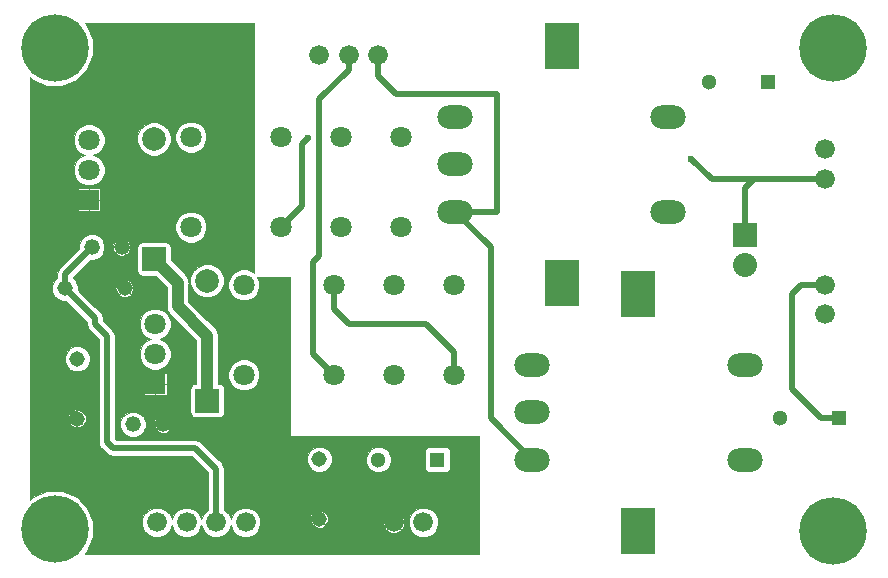
<source format=gbl>
G04 #@! TF.GenerationSoftware,KiCad,Pcbnew,(5.0.0)*
G04 #@! TF.CreationDate,2018-11-08T09:59:28+09:00*
G04 #@! TF.ProjectId,Headphone-controler-v2r2,4865616470686F6E652D636F6E74726F,rev?*
G04 #@! TF.SameCoordinates,Original*
G04 #@! TF.FileFunction,Copper,L2,Bot,Signal*
G04 #@! TF.FilePolarity,Positive*
%FSLAX46Y46*%
G04 Gerber Fmt 4.6, Leading zero omitted, Abs format (unit mm)*
G04 Created by KiCad (PCBNEW (5.0.0)) date 11/08/18 09:59:28*
%MOMM*%
%LPD*%
G01*
G04 APERTURE LIST*
G04 #@! TA.AperFunction,ComponentPad*
%ADD10R,1.300000X1.300000*%
G04 #@! TD*
G04 #@! TA.AperFunction,ComponentPad*
%ADD11C,1.300000*%
G04 #@! TD*
G04 #@! TA.AperFunction,ComponentPad*
%ADD12C,1.676400*%
G04 #@! TD*
G04 #@! TA.AperFunction,ComponentPad*
%ADD13C,1.308000*%
G04 #@! TD*
G04 #@! TA.AperFunction,ComponentPad*
%ADD14R,2.032000X2.032000*%
G04 #@! TD*
G04 #@! TA.AperFunction,ComponentPad*
%ADD15O,2.032000X2.032000*%
G04 #@! TD*
G04 #@! TA.AperFunction,ComponentPad*
%ADD16R,1.800000X1.800000*%
G04 #@! TD*
G04 #@! TA.AperFunction,ComponentPad*
%ADD17C,1.800000*%
G04 #@! TD*
G04 #@! TA.AperFunction,ComponentPad*
%ADD18C,1.320800*%
G04 #@! TD*
G04 #@! TA.AperFunction,ComponentPad*
%ADD19R,3.000000X4.000000*%
G04 #@! TD*
G04 #@! TA.AperFunction,ComponentPad*
%ADD20O,3.000000X2.000000*%
G04 #@! TD*
G04 #@! TA.AperFunction,ComponentPad*
%ADD21C,1.998980*%
G04 #@! TD*
G04 #@! TA.AperFunction,ComponentPad*
%ADD22R,1.998980X1.998980*%
G04 #@! TD*
G04 #@! TA.AperFunction,ComponentPad*
%ADD23C,5.700000*%
G04 #@! TD*
G04 #@! TA.AperFunction,ViaPad*
%ADD24C,0.600000*%
G04 #@! TD*
G04 #@! TA.AperFunction,ViaPad*
%ADD25C,0.400000*%
G04 #@! TD*
G04 #@! TA.AperFunction,Conductor*
%ADD26C,0.500000*%
G04 #@! TD*
G04 #@! TA.AperFunction,Conductor*
%ADD27C,0.200000*%
G04 #@! TD*
G04 #@! TA.AperFunction,Conductor*
%ADD28C,1.000000*%
G04 #@! TD*
G04 #@! TA.AperFunction,Conductor*
%ADD29C,0.025400*%
G04 #@! TD*
G04 APERTURE END LIST*
D10*
G04 #@! TO.P,F1,1*
G04 #@! TO.N,Net-(F1-Pad1)*
X131500000Y-107000000D03*
D11*
G04 #@! TO.P,F1,2*
G04 #@! TO.N,+5V*
X126500000Y-107000000D03*
G04 #@! TD*
D12*
G04 #@! TO.P,JP2,2*
G04 #@! TO.N,GND*
X127800000Y-112300000D03*
G04 #@! TO.P,JP2,1*
G04 #@! TO.N,Net-(F1-Pad1)*
X130300000Y-112300000D03*
G04 #@! TD*
D10*
G04 #@! TO.P,C1,1*
G04 #@! TO.N,Net-(C1-Pad1)*
X159500000Y-75000000D03*
D11*
G04 #@! TO.P,C1,2*
G04 #@! TO.N,Net-(C1-Pad2)*
X154500000Y-75000000D03*
G04 #@! TD*
D10*
G04 #@! TO.P,C2,1*
G04 #@! TO.N,Net-(C2-Pad1)*
X165500000Y-103500000D03*
D11*
G04 #@! TO.P,C2,2*
G04 #@! TO.N,Net-(C2-Pad2)*
X160500000Y-103500000D03*
G04 #@! TD*
D13*
G04 #@! TO.P,C3,1*
G04 #@! TO.N,+5V*
X121500000Y-106960000D03*
G04 #@! TO.P,C3,2*
G04 #@! TO.N,GND*
X121500000Y-112040000D03*
G04 #@! TD*
G04 #@! TO.P,C4,1*
G04 #@! TO.N,Net-(C4-Pad1)*
X99960000Y-92500000D03*
G04 #@! TO.P,C4,2*
G04 #@! TO.N,GND*
X105040000Y-92500000D03*
G04 #@! TD*
G04 #@! TO.P,C5,1*
G04 #@! TO.N,Net-(C5-Pad1)*
X101000000Y-98460000D03*
G04 #@! TO.P,C5,2*
G04 #@! TO.N,GND*
X101000000Y-103540000D03*
G04 #@! TD*
D12*
G04 #@! TO.P,JP1,2*
G04 #@! TO.N,Net-(JP1-Pad2)*
X124000000Y-72700000D03*
G04 #@! TO.P,JP1,1*
G04 #@! TO.N,Net-(JP1-Pad1)*
X121500000Y-72700000D03*
G04 #@! TO.P,JP1,3*
G04 #@! TO.N,Net-(JP1-Pad3)*
X126500000Y-72700000D03*
G04 #@! TD*
G04 #@! TO.P,JP3,2*
G04 #@! TO.N,Net-(C4-Pad1)*
X112750000Y-112300000D03*
G04 #@! TO.P,JP3,1*
G04 #@! TO.N,+5V*
X115250000Y-112300000D03*
G04 #@! TO.P,JP3,3*
X110250000Y-112300000D03*
G04 #@! TO.P,JP3,4*
G04 #@! TO.N,Net-(C5-Pad1)*
X107750000Y-112300000D03*
G04 #@! TD*
D14*
G04 #@! TO.P,JP4,1*
G04 #@! TO.N,Net-(JP4-Pad1)*
X157500000Y-88000000D03*
D15*
G04 #@! TO.P,JP4,2*
G04 #@! TO.N,Net-(JP4-Pad2)*
X157500000Y-90540000D03*
G04 #@! TD*
D12*
G04 #@! TO.P,JP5,2*
G04 #@! TO.N,Net-(JP4-Pad1)*
X164300000Y-83200000D03*
G04 #@! TO.P,JP5,1*
G04 #@! TO.N,Net-(C1-Pad1)*
X164300000Y-80700000D03*
G04 #@! TD*
G04 #@! TO.P,JP6,2*
G04 #@! TO.N,Net-(JP4-Pad2)*
X164300000Y-94700000D03*
G04 #@! TO.P,JP6,1*
G04 #@! TO.N,Net-(C2-Pad1)*
X164300000Y-92200000D03*
G04 #@! TD*
D16*
G04 #@! TO.P,Q1,1*
G04 #@! TO.N,GND*
X102000000Y-85000000D03*
D17*
G04 #@! TO.P,Q1,2*
G04 #@! TO.N,Net-(D1-Pad2)*
X102000000Y-82460000D03*
G04 #@! TO.P,Q1,3*
G04 #@! TO.N,Net-(C4-Pad1)*
X102000000Y-79920000D03*
G04 #@! TD*
D16*
G04 #@! TO.P,Q2,1*
G04 #@! TO.N,GND*
X107600000Y-100600000D03*
D17*
G04 #@! TO.P,Q2,2*
G04 #@! TO.N,Net-(D2-Pad2)*
X107600000Y-98060000D03*
G04 #@! TO.P,Q2,3*
G04 #@! TO.N,Net-(C5-Pad1)*
X107600000Y-95520000D03*
G04 #@! TD*
D18*
G04 #@! TO.P,R1,1*
G04 #@! TO.N,Net-(C4-Pad1)*
X102230000Y-89000000D03*
G04 #@! TO.P,R1,2*
G04 #@! TO.N,GND*
X104770000Y-89000000D03*
G04 #@! TD*
G04 #@! TO.P,R2,1*
G04 #@! TO.N,Net-(C5-Pad1)*
X105730000Y-104000000D03*
G04 #@! TO.P,R2,2*
G04 #@! TO.N,GND*
X108270000Y-104000000D03*
G04 #@! TD*
D17*
G04 #@! TO.P,RL1,16*
G04 #@! TO.N,Net-(D1-Pad2)*
X110610000Y-79690000D03*
G04 #@! TO.P,RL1,1*
G04 #@! TO.N,+5V*
X110610000Y-87310000D03*
G04 #@! TO.P,RL1,4*
G04 #@! TO.N,Net-(JP1-Pad1)*
X118230000Y-87310000D03*
G04 #@! TO.P,RL1,6*
G04 #@! TO.N,Net-(RL1-Pad13)*
X123310000Y-87310000D03*
G04 #@! TO.P,RL1,8*
G04 #@! TO.N,Net-(RL1-Pad8)*
X128390000Y-87310000D03*
G04 #@! TO.P,RL1,13*
G04 #@! TO.N,Net-(RL1-Pad13)*
X118230000Y-79690000D03*
G04 #@! TO.P,RL1,11*
G04 #@! TO.N,Net-(RL1-Pad11)*
X123310000Y-79690000D03*
G04 #@! TO.P,RL1,9*
G04 #@! TO.N,Net-(RL1-Pad8)*
X128390000Y-79690000D03*
G04 #@! TD*
G04 #@! TO.P,RL2,16*
G04 #@! TO.N,Net-(D2-Pad2)*
X115110000Y-92190000D03*
G04 #@! TO.P,RL2,1*
G04 #@! TO.N,+5V*
X115110000Y-99810000D03*
G04 #@! TO.P,RL2,4*
G04 #@! TO.N,Net-(JP1-Pad2)*
X122730000Y-99810000D03*
G04 #@! TO.P,RL2,6*
G04 #@! TO.N,Net-(RL1-Pad11)*
X127810000Y-99810000D03*
G04 #@! TO.P,RL2,8*
G04 #@! TO.N,Net-(RL2-Pad13)*
X132890000Y-99810000D03*
G04 #@! TO.P,RL2,13*
X122730000Y-92190000D03*
G04 #@! TO.P,RL2,11*
G04 #@! TO.N,Net-(RL1-Pad11)*
X127810000Y-92190000D03*
G04 #@! TO.P,RL2,9*
G04 #@! TO.N,Net-(RL1-Pad8)*
X132890000Y-92190000D03*
G04 #@! TD*
D19*
G04 #@! TO.P,T1,6*
G04 #@! TO.N,N/C*
X142000000Y-92000000D03*
D20*
G04 #@! TO.P,T1,3*
G04 #@! TO.N,Net-(RL1-Pad11)*
X133000000Y-78000000D03*
G04 #@! TO.P,T1,1*
G04 #@! TO.N,Net-(JP1-Pad3)*
X133000000Y-86000000D03*
G04 #@! TO.P,T1,4*
G04 #@! TO.N,Net-(JP4-Pad1)*
X151000000Y-78000000D03*
G04 #@! TO.P,T1,2*
G04 #@! TO.N,N/C*
X133000000Y-82000000D03*
G04 #@! TO.P,T1,5*
G04 #@! TO.N,Net-(C1-Pad2)*
X151000000Y-86000000D03*
D19*
G04 #@! TO.P,T1,6*
G04 #@! TO.N,N/C*
X142000000Y-72000000D03*
G04 #@! TD*
G04 #@! TO.P,T2,6*
G04 #@! TO.N,N/C*
X148500000Y-113000000D03*
D20*
G04 #@! TO.P,T2,3*
G04 #@! TO.N,Net-(RL1-Pad8)*
X139500000Y-99000000D03*
G04 #@! TO.P,T2,1*
G04 #@! TO.N,Net-(JP1-Pad3)*
X139500000Y-107000000D03*
G04 #@! TO.P,T2,4*
G04 #@! TO.N,Net-(JP4-Pad2)*
X157500000Y-99000000D03*
G04 #@! TO.P,T2,2*
G04 #@! TO.N,N/C*
X139500000Y-103000000D03*
G04 #@! TO.P,T2,5*
G04 #@! TO.N,Net-(C2-Pad2)*
X157500000Y-107000000D03*
D19*
G04 #@! TO.P,T2,6*
G04 #@! TO.N,N/C*
X148500000Y-93000000D03*
G04 #@! TD*
D21*
G04 #@! TO.P,D1,2*
G04 #@! TO.N,Net-(D1-Pad2)*
X107497460Y-79840000D03*
D22*
G04 #@! TO.P,D1,1*
G04 #@! TO.N,+5V*
X107497460Y-90000000D03*
G04 #@! TD*
D21*
G04 #@! TO.P,D2,2*
G04 #@! TO.N,Net-(D2-Pad2)*
X111997460Y-91840000D03*
D22*
G04 #@! TO.P,D2,1*
G04 #@! TO.N,+5V*
X111997460Y-102000000D03*
G04 #@! TD*
D23*
G04 #@! TO.P,REF\002A\002A,1*
G04 #@! TO.N,N/C*
X165000000Y-72100000D03*
G04 #@! TD*
G04 #@! TO.P,REF\002A\002A,1*
G04 #@! TO.N,N/C*
X165000000Y-113000000D03*
G04 #@! TD*
G04 #@! TO.P,REF\002A\002A,1*
G04 #@! TO.N,N/C*
X99100000Y-72100000D03*
G04 #@! TD*
G04 #@! TO.P,REF\002A\002A,1*
G04 #@! TO.N,N/C*
X99100000Y-112900000D03*
G04 #@! TD*
D24*
G04 #@! TO.N,GND*
X114400000Y-89400000D03*
X114600000Y-83200000D03*
X114800000Y-77200000D03*
X114800000Y-71400000D03*
X108800000Y-71400000D03*
X103600000Y-71200000D03*
X103800000Y-73600000D03*
X100800000Y-76200000D03*
X97800000Y-77600000D03*
X97800000Y-84000000D03*
X98000000Y-91000000D03*
X98000000Y-97000000D03*
X98200000Y-102600000D03*
D25*
X117000000Y-103000000D03*
X114500000Y-102000000D03*
X115500000Y-101500000D03*
X117000000Y-101000000D03*
X117000000Y-98000000D03*
X115500000Y-98000000D03*
X113500000Y-98500000D03*
X113500000Y-96000000D03*
X112000000Y-94000000D03*
X114500000Y-94000000D03*
X116500000Y-93500000D03*
X118000000Y-92000000D03*
X118000000Y-94000000D03*
X118000000Y-98000000D03*
X118000000Y-102500000D03*
X118000000Y-104500000D03*
X119000000Y-105500000D03*
X122000000Y-105500000D03*
X125500000Y-105500000D03*
X129500000Y-105500000D03*
X133000000Y-112000000D03*
X133000000Y-108000000D03*
X134000000Y-106000000D03*
X134000000Y-110000000D03*
X134000000Y-114000000D03*
X129000000Y-114000000D03*
X125000000Y-114000000D03*
X119000000Y-114000000D03*
X115000000Y-114000000D03*
X111000000Y-114000000D03*
X107000000Y-114000000D03*
X103500000Y-113500000D03*
X101800000Y-109600000D03*
X98200000Y-107200000D03*
D24*
X118500000Y-109250000D03*
X103500000Y-107500000D03*
X108000000Y-107500000D03*
G04 #@! TO.N,Net-(JP1-Pad1)*
X120500000Y-79750000D03*
G04 #@! TO.N,Net-(JP4-Pad1)*
X153000000Y-81500000D03*
G04 #@! TD*
D26*
G04 #@! TO.N,Net-(C2-Pad1)*
X165500000Y-103500000D02*
X164000000Y-103500000D01*
X162300000Y-92200000D02*
X164300000Y-92200000D01*
X161500000Y-93000000D02*
X162300000Y-92200000D01*
X161500000Y-101000000D02*
X161500000Y-93000000D01*
X164000000Y-103500000D02*
X161500000Y-101000000D01*
D27*
G04 #@! TO.N,GND*
X114800000Y-77200000D02*
X114600000Y-77400000D01*
X108800000Y-71400000D02*
X114800000Y-71400000D01*
X103600000Y-73400000D02*
X103600000Y-71200000D01*
X103800000Y-73600000D02*
X103600000Y-73400000D01*
X99200000Y-76200000D02*
X100800000Y-76200000D01*
X97800000Y-90800000D02*
X97800000Y-84000000D01*
X98000000Y-91000000D02*
X97800000Y-90800000D01*
X98000000Y-102400000D02*
X98000000Y-97000000D01*
X98200000Y-102600000D02*
X98000000Y-102400000D01*
X134000000Y-106000000D02*
X133000000Y-106000000D01*
X115000000Y-102000000D02*
X114500000Y-102000000D01*
X115500000Y-101500000D02*
X115000000Y-102000000D01*
X117000000Y-98000000D02*
X117000000Y-101000000D01*
X114000000Y-98000000D02*
X115500000Y-98000000D01*
X113500000Y-98500000D02*
X114000000Y-98000000D01*
X113500000Y-95500000D02*
X113500000Y-96000000D01*
X112000000Y-94000000D02*
X113500000Y-95500000D01*
X116000000Y-94000000D02*
X114500000Y-94000000D01*
X116500000Y-93500000D02*
X116000000Y-94000000D01*
X118000000Y-94000000D02*
X118000000Y-92000000D01*
X118000000Y-102500000D02*
X118000000Y-98000000D01*
X119000000Y-105500000D02*
X118000000Y-104500000D01*
X125500000Y-105500000D02*
X122000000Y-105500000D01*
X132500000Y-105500000D02*
X129500000Y-105500000D01*
X133000000Y-106000000D02*
X132500000Y-105500000D01*
X101000000Y-103540000D02*
X100460000Y-103540000D01*
X133000000Y-108000000D02*
X133000000Y-112000000D01*
X134000000Y-110000000D02*
X134000000Y-106000000D01*
X129000000Y-114000000D02*
X134000000Y-114000000D01*
X119000000Y-114000000D02*
X125000000Y-114000000D01*
X111000000Y-114000000D02*
X115000000Y-114000000D01*
X104000000Y-114000000D02*
X107000000Y-114000000D01*
X103500000Y-113500000D02*
X104000000Y-114000000D01*
X98200000Y-107200000D02*
X101800000Y-109600000D01*
D28*
X116000000Y-104000000D02*
X108270000Y-104000000D01*
X117500000Y-105500000D02*
X116000000Y-104000000D01*
X117500000Y-108250000D02*
X117500000Y-105500000D01*
X118500000Y-109250000D02*
X117500000Y-108250000D01*
X103500000Y-107500000D02*
X108000000Y-107500000D01*
D27*
X114600000Y-77400000D02*
X114600000Y-83200000D01*
D28*
X99100000Y-76300000D02*
X99000000Y-76200000D01*
D27*
X99100000Y-76300000D02*
X99200000Y-76200000D01*
X97800000Y-77600000D02*
X99100000Y-76300000D01*
D26*
G04 #@! TO.N,Net-(C4-Pad1)*
X112750000Y-112300000D02*
X112750000Y-107750000D01*
X102500000Y-95040000D02*
X99960000Y-92500000D01*
X102500000Y-95500000D02*
X102500000Y-95040000D01*
X103500000Y-96500000D02*
X102500000Y-95500000D01*
X103500000Y-105500000D02*
X103500000Y-96500000D01*
X104000000Y-106000000D02*
X103500000Y-105500000D01*
X111000000Y-106000000D02*
X104000000Y-106000000D01*
X112750000Y-107750000D02*
X111000000Y-106000000D01*
X99960000Y-92500000D02*
X99960000Y-91270000D01*
X99960000Y-91270000D02*
X102230000Y-89000000D01*
D28*
G04 #@! TO.N,+5V*
X111997460Y-102000000D02*
X111997460Y-96502540D01*
X109500000Y-92002540D02*
X107497460Y-90000000D01*
X109500000Y-94005080D02*
X109500000Y-92002540D01*
X111997460Y-96502540D02*
X109500000Y-94005080D01*
D26*
G04 #@! TO.N,Net-(JP1-Pad2)*
X124000000Y-72200000D02*
X124000000Y-74000000D01*
X121000000Y-98080000D02*
X122730000Y-99810000D01*
X121000000Y-90250000D02*
X121000000Y-98080000D01*
X121500000Y-89750000D02*
X121000000Y-90250000D01*
X121500000Y-76500000D02*
X121500000Y-89750000D01*
X124000000Y-74000000D02*
X121500000Y-76500000D01*
G04 #@! TO.N,Net-(JP1-Pad1)*
X120000000Y-85540000D02*
X118230000Y-87310000D01*
X120000000Y-80250000D02*
X120000000Y-85540000D01*
X120500000Y-79750000D02*
X120000000Y-80250000D01*
G04 #@! TO.N,Net-(JP1-Pad3)*
X126500000Y-72200000D02*
X126500000Y-74500000D01*
X136500000Y-86000000D02*
X133000000Y-86000000D01*
X136500000Y-76000000D02*
X136500000Y-86000000D01*
X128000000Y-76000000D02*
X136500000Y-76000000D01*
X126500000Y-74500000D02*
X128000000Y-76000000D01*
X133000000Y-86000000D02*
X136000000Y-89000000D01*
X136000000Y-89000000D02*
X136000000Y-103500000D01*
X136000000Y-103500000D02*
X139500000Y-107000000D01*
G04 #@! TO.N,Net-(JP4-Pad1)*
X157500000Y-88000000D02*
X157500000Y-84000000D01*
X158300000Y-83200000D02*
X164300000Y-83200000D01*
X157500000Y-84000000D02*
X158300000Y-83200000D01*
X154700000Y-83200000D02*
X164300000Y-83200000D01*
X153000000Y-81500000D02*
X154700000Y-83200000D01*
G04 #@! TO.N,Net-(RL2-Pad13)*
X122730000Y-92190000D02*
X122730000Y-94230000D01*
X132890000Y-97890000D02*
X132890000Y-99810000D01*
X130500000Y-95500000D02*
X132890000Y-97890000D01*
X124000000Y-95500000D02*
X130500000Y-95500000D01*
X122730000Y-94230000D02*
X124000000Y-95500000D01*
G04 #@! TD*
D29*
G04 #@! TO.N,GND*
G36*
X115987300Y-91210862D02*
X115853585Y-91077147D01*
X115371112Y-90877300D01*
X114848888Y-90877300D01*
X114366415Y-91077147D01*
X113997147Y-91446415D01*
X113797300Y-91928888D01*
X113797300Y-92451112D01*
X113997147Y-92933585D01*
X114366415Y-93302853D01*
X114848888Y-93502700D01*
X115371112Y-93502700D01*
X115853585Y-93302853D01*
X116222853Y-92933585D01*
X116422700Y-92451112D01*
X116422700Y-91928888D01*
X116250309Y-91512700D01*
X118987300Y-91512700D01*
X118987300Y-105000000D01*
X118988267Y-105004860D01*
X118991020Y-105008980D01*
X118995140Y-105011733D01*
X119000000Y-105012700D01*
X134987300Y-105012700D01*
X134987300Y-114987300D01*
X101626854Y-114987300D01*
X101865983Y-114748171D01*
X102362700Y-113548991D01*
X102362700Y-112251009D01*
X101865983Y-111051829D01*
X100948171Y-110134017D01*
X99748991Y-109637300D01*
X98451009Y-109637300D01*
X97251829Y-110134017D01*
X97012700Y-110373146D01*
X97012700Y-104054964D01*
X100502997Y-104054964D01*
X100580341Y-104139218D01*
X100841596Y-104254201D01*
X101126967Y-104260454D01*
X101393008Y-104157025D01*
X101419659Y-104139218D01*
X101497003Y-104054964D01*
X101000000Y-103557961D01*
X100502997Y-104054964D01*
X97012700Y-104054964D01*
X97012700Y-103666967D01*
X100279546Y-103666967D01*
X100382975Y-103933008D01*
X100400782Y-103959659D01*
X100485036Y-104037003D01*
X100982039Y-103540000D01*
X101017961Y-103540000D01*
X101514964Y-104037003D01*
X101599218Y-103959659D01*
X101714201Y-103698404D01*
X101720454Y-103413033D01*
X101617025Y-103146992D01*
X101599218Y-103120341D01*
X101514964Y-103042997D01*
X101017961Y-103540000D01*
X100982039Y-103540000D01*
X100485036Y-103042997D01*
X100400782Y-103120341D01*
X100285799Y-103381596D01*
X100279546Y-103666967D01*
X97012700Y-103666967D01*
X97012700Y-103025036D01*
X100502997Y-103025036D01*
X101000000Y-103522039D01*
X101497003Y-103025036D01*
X101419659Y-102940782D01*
X101158404Y-102825799D01*
X100873033Y-102819546D01*
X100606992Y-102922975D01*
X100580341Y-102940782D01*
X100502997Y-103025036D01*
X97012700Y-103025036D01*
X97012700Y-98247820D01*
X99933300Y-98247820D01*
X99933300Y-98672180D01*
X100095695Y-99064237D01*
X100395763Y-99364305D01*
X100787820Y-99526700D01*
X101212180Y-99526700D01*
X101604237Y-99364305D01*
X101904305Y-99064237D01*
X102066700Y-98672180D01*
X102066700Y-98247820D01*
X101904305Y-97855763D01*
X101604237Y-97555695D01*
X101212180Y-97393300D01*
X100787820Y-97393300D01*
X100395763Y-97555695D01*
X100095695Y-97855763D01*
X99933300Y-98247820D01*
X97012700Y-98247820D01*
X97012700Y-92287820D01*
X98893300Y-92287820D01*
X98893300Y-92712180D01*
X99055695Y-93104237D01*
X99355763Y-93404305D01*
X99747820Y-93566700D01*
X100089502Y-93566700D01*
X101837300Y-95314500D01*
X101837300Y-95434734D01*
X101824318Y-95500000D01*
X101837300Y-95565266D01*
X101837300Y-95565269D01*
X101875750Y-95758572D01*
X102022220Y-95977779D01*
X102077555Y-96014753D01*
X102837301Y-96774500D01*
X102837300Y-105434734D01*
X102824318Y-105500000D01*
X102837300Y-105565266D01*
X102837300Y-105565269D01*
X102875750Y-105758572D01*
X103022220Y-105977779D01*
X103077555Y-106014753D01*
X103485246Y-106422445D01*
X103522220Y-106477780D01*
X103741427Y-106624250D01*
X104000000Y-106675683D01*
X104065270Y-106662700D01*
X110725502Y-106662700D01*
X112087301Y-108024500D01*
X112087300Y-111220535D01*
X112041422Y-111239538D01*
X111689538Y-111591422D01*
X111500000Y-112049007D01*
X111310462Y-111591422D01*
X110958578Y-111239538D01*
X110498820Y-111049100D01*
X110001180Y-111049100D01*
X109541422Y-111239538D01*
X109189538Y-111591422D01*
X109000000Y-112049007D01*
X108810462Y-111591422D01*
X108458578Y-111239538D01*
X107998820Y-111049100D01*
X107501180Y-111049100D01*
X107041422Y-111239538D01*
X106689538Y-111591422D01*
X106499100Y-112051180D01*
X106499100Y-112548820D01*
X106689538Y-113008578D01*
X107041422Y-113360462D01*
X107501180Y-113550900D01*
X107998820Y-113550900D01*
X108458578Y-113360462D01*
X108810462Y-113008578D01*
X109000000Y-112550993D01*
X109189538Y-113008578D01*
X109541422Y-113360462D01*
X110001180Y-113550900D01*
X110498820Y-113550900D01*
X110958578Y-113360462D01*
X111310462Y-113008578D01*
X111500000Y-112550993D01*
X111689538Y-113008578D01*
X112041422Y-113360462D01*
X112501180Y-113550900D01*
X112998820Y-113550900D01*
X113458578Y-113360462D01*
X113810462Y-113008578D01*
X114000000Y-112550993D01*
X114189538Y-113008578D01*
X114541422Y-113360462D01*
X115001180Y-113550900D01*
X115498820Y-113550900D01*
X115958578Y-113360462D01*
X116310462Y-113008578D01*
X116335644Y-112947781D01*
X127170179Y-112947781D01*
X127269937Y-113051175D01*
X127597748Y-113196841D01*
X127956351Y-113205971D01*
X128291149Y-113077175D01*
X128330063Y-113051175D01*
X128429821Y-112947781D01*
X127800000Y-112317961D01*
X127170179Y-112947781D01*
X116335644Y-112947781D01*
X116498355Y-112554964D01*
X121002997Y-112554964D01*
X121080341Y-112639218D01*
X121341596Y-112754201D01*
X121626967Y-112760454D01*
X121893008Y-112657025D01*
X121919659Y-112639218D01*
X121997003Y-112554964D01*
X121500000Y-112057961D01*
X121002997Y-112554964D01*
X116498355Y-112554964D01*
X116500900Y-112548820D01*
X116500900Y-112166967D01*
X120779546Y-112166967D01*
X120882975Y-112433008D01*
X120900782Y-112459659D01*
X120985036Y-112537003D01*
X121482039Y-112040000D01*
X121517961Y-112040000D01*
X122014964Y-112537003D01*
X122099218Y-112459659D01*
X122100673Y-112456351D01*
X126894029Y-112456351D01*
X127022825Y-112791149D01*
X127048825Y-112830063D01*
X127152219Y-112929821D01*
X127782039Y-112300000D01*
X127817961Y-112300000D01*
X128447781Y-112929821D01*
X128551175Y-112830063D01*
X128696841Y-112502252D01*
X128705971Y-112143649D01*
X128670399Y-112051180D01*
X129049100Y-112051180D01*
X129049100Y-112548820D01*
X129239538Y-113008578D01*
X129591422Y-113360462D01*
X130051180Y-113550900D01*
X130548820Y-113550900D01*
X131008578Y-113360462D01*
X131360462Y-113008578D01*
X131550900Y-112548820D01*
X131550900Y-112051180D01*
X131360462Y-111591422D01*
X131008578Y-111239538D01*
X130548820Y-111049100D01*
X130051180Y-111049100D01*
X129591422Y-111239538D01*
X129239538Y-111591422D01*
X129049100Y-112051180D01*
X128670399Y-112051180D01*
X128577175Y-111808851D01*
X128551175Y-111769937D01*
X128447781Y-111670179D01*
X127817961Y-112300000D01*
X127782039Y-112300000D01*
X127152219Y-111670179D01*
X127048825Y-111769937D01*
X126903159Y-112097748D01*
X126894029Y-112456351D01*
X122100673Y-112456351D01*
X122214201Y-112198404D01*
X122220454Y-111913033D01*
X122119058Y-111652219D01*
X127170179Y-111652219D01*
X127800000Y-112282039D01*
X128429821Y-111652219D01*
X128330063Y-111548825D01*
X128002252Y-111403159D01*
X127643649Y-111394029D01*
X127308851Y-111522825D01*
X127269937Y-111548825D01*
X127170179Y-111652219D01*
X122119058Y-111652219D01*
X122117025Y-111646992D01*
X122099218Y-111620341D01*
X122014964Y-111542997D01*
X121517961Y-112040000D01*
X121482039Y-112040000D01*
X120985036Y-111542997D01*
X120900782Y-111620341D01*
X120785799Y-111881596D01*
X120779546Y-112166967D01*
X116500900Y-112166967D01*
X116500900Y-112051180D01*
X116310462Y-111591422D01*
X116244076Y-111525036D01*
X121002997Y-111525036D01*
X121500000Y-112022039D01*
X121997003Y-111525036D01*
X121919659Y-111440782D01*
X121658404Y-111325799D01*
X121373033Y-111319546D01*
X121106992Y-111422975D01*
X121080341Y-111440782D01*
X121002997Y-111525036D01*
X116244076Y-111525036D01*
X115958578Y-111239538D01*
X115498820Y-111049100D01*
X115001180Y-111049100D01*
X114541422Y-111239538D01*
X114189538Y-111591422D01*
X114000000Y-112049007D01*
X113810462Y-111591422D01*
X113458578Y-111239538D01*
X113412700Y-111220535D01*
X113412700Y-107815270D01*
X113425683Y-107750000D01*
X113374250Y-107491427D01*
X113264752Y-107327553D01*
X113227780Y-107272220D01*
X113172445Y-107235246D01*
X112685019Y-106747820D01*
X120433300Y-106747820D01*
X120433300Y-107172180D01*
X120595695Y-107564237D01*
X120895763Y-107864305D01*
X121287820Y-108026700D01*
X121712180Y-108026700D01*
X122104237Y-107864305D01*
X122404305Y-107564237D01*
X122566700Y-107172180D01*
X122566700Y-106788616D01*
X125437300Y-106788616D01*
X125437300Y-107211384D01*
X125599086Y-107601971D01*
X125898029Y-107900914D01*
X126288616Y-108062700D01*
X126711384Y-108062700D01*
X127101971Y-107900914D01*
X127400914Y-107601971D01*
X127562700Y-107211384D01*
X127562700Y-106788616D01*
X127400914Y-106398029D01*
X127352885Y-106350000D01*
X130429215Y-106350000D01*
X130429215Y-107650000D01*
X130461245Y-107811027D01*
X130552460Y-107947540D01*
X130688973Y-108038755D01*
X130850000Y-108070785D01*
X132150000Y-108070785D01*
X132311027Y-108038755D01*
X132447540Y-107947540D01*
X132538755Y-107811027D01*
X132570785Y-107650000D01*
X132570785Y-106350000D01*
X132538755Y-106188973D01*
X132447540Y-106052460D01*
X132311027Y-105961245D01*
X132150000Y-105929215D01*
X130850000Y-105929215D01*
X130688973Y-105961245D01*
X130552460Y-106052460D01*
X130461245Y-106188973D01*
X130429215Y-106350000D01*
X127352885Y-106350000D01*
X127101971Y-106099086D01*
X126711384Y-105937300D01*
X126288616Y-105937300D01*
X125898029Y-106099086D01*
X125599086Y-106398029D01*
X125437300Y-106788616D01*
X122566700Y-106788616D01*
X122566700Y-106747820D01*
X122404305Y-106355763D01*
X122104237Y-106055695D01*
X121712180Y-105893300D01*
X121287820Y-105893300D01*
X120895763Y-106055695D01*
X120595695Y-106355763D01*
X120433300Y-106747820D01*
X112685019Y-106747820D01*
X111514755Y-105577557D01*
X111477780Y-105522220D01*
X111258573Y-105375750D01*
X111065270Y-105337300D01*
X111065266Y-105337300D01*
X111000000Y-105324318D01*
X110934734Y-105337300D01*
X104274499Y-105337300D01*
X104162700Y-105225502D01*
X104162700Y-103786547D01*
X104656900Y-103786547D01*
X104656900Y-104213453D01*
X104820270Y-104607862D01*
X105122138Y-104909730D01*
X105516547Y-105073100D01*
X105943453Y-105073100D01*
X106337862Y-104909730D01*
X106639730Y-104607862D01*
X106676298Y-104519579D01*
X107768382Y-104519579D01*
X107846505Y-104604498D01*
X108110072Y-104720547D01*
X108397987Y-104726901D01*
X108666417Y-104622590D01*
X108693495Y-104604498D01*
X108771618Y-104519579D01*
X108270000Y-104017961D01*
X107768382Y-104519579D01*
X106676298Y-104519579D01*
X106803100Y-104213453D01*
X106803100Y-104127987D01*
X107543099Y-104127987D01*
X107647410Y-104396417D01*
X107665502Y-104423495D01*
X107750421Y-104501618D01*
X108252039Y-104000000D01*
X108287961Y-104000000D01*
X108789579Y-104501618D01*
X108874498Y-104423495D01*
X108990547Y-104159928D01*
X108996901Y-103872013D01*
X108892590Y-103603583D01*
X108874498Y-103576505D01*
X108789579Y-103498382D01*
X108287961Y-104000000D01*
X108252039Y-104000000D01*
X107750421Y-103498382D01*
X107665502Y-103576505D01*
X107549453Y-103840072D01*
X107543099Y-104127987D01*
X106803100Y-104127987D01*
X106803100Y-103786547D01*
X106676299Y-103480421D01*
X107768382Y-103480421D01*
X108270000Y-103982039D01*
X108771618Y-103480421D01*
X108693495Y-103395502D01*
X108429928Y-103279453D01*
X108142013Y-103273099D01*
X107873583Y-103377410D01*
X107846505Y-103395502D01*
X107768382Y-103480421D01*
X106676299Y-103480421D01*
X106639730Y-103392138D01*
X106337862Y-103090270D01*
X105943453Y-102926900D01*
X105516547Y-102926900D01*
X105122138Y-103090270D01*
X104820270Y-103392138D01*
X104656900Y-103786547D01*
X104162700Y-103786547D01*
X104162700Y-100628575D01*
X106636500Y-100628575D01*
X106636500Y-101512631D01*
X106646167Y-101535970D01*
X106664030Y-101553833D01*
X106687369Y-101563500D01*
X107571425Y-101563500D01*
X107587300Y-101547625D01*
X107587300Y-100612700D01*
X107612700Y-100612700D01*
X107612700Y-101547625D01*
X107628575Y-101563500D01*
X108512631Y-101563500D01*
X108535970Y-101553833D01*
X108553833Y-101535970D01*
X108563500Y-101512631D01*
X108563500Y-100628575D01*
X108547625Y-100612700D01*
X107612700Y-100612700D01*
X107587300Y-100612700D01*
X106652375Y-100612700D01*
X106636500Y-100628575D01*
X104162700Y-100628575D01*
X104162700Y-99687369D01*
X106636500Y-99687369D01*
X106636500Y-100571425D01*
X106652375Y-100587300D01*
X107587300Y-100587300D01*
X107587300Y-99652375D01*
X107612700Y-99652375D01*
X107612700Y-100587300D01*
X108547625Y-100587300D01*
X108563500Y-100571425D01*
X108563500Y-99687369D01*
X108553833Y-99664030D01*
X108535970Y-99646167D01*
X108512631Y-99636500D01*
X107628575Y-99636500D01*
X107612700Y-99652375D01*
X107587300Y-99652375D01*
X107571425Y-99636500D01*
X106687369Y-99636500D01*
X106664030Y-99646167D01*
X106646167Y-99664030D01*
X106636500Y-99687369D01*
X104162700Y-99687369D01*
X104162700Y-96565270D01*
X104175683Y-96500000D01*
X104124250Y-96241427D01*
X104060769Y-96146422D01*
X103977780Y-96022220D01*
X103922445Y-95985246D01*
X103196087Y-95258888D01*
X106287300Y-95258888D01*
X106287300Y-95781112D01*
X106487147Y-96263585D01*
X106856415Y-96632853D01*
X107235801Y-96790000D01*
X106856415Y-96947147D01*
X106487147Y-97316415D01*
X106287300Y-97798888D01*
X106287300Y-98321112D01*
X106487147Y-98803585D01*
X106856415Y-99172853D01*
X107338888Y-99372700D01*
X107861112Y-99372700D01*
X108343585Y-99172853D01*
X108712853Y-98803585D01*
X108912700Y-98321112D01*
X108912700Y-97798888D01*
X108712853Y-97316415D01*
X108343585Y-96947147D01*
X107964199Y-96790000D01*
X108343585Y-96632853D01*
X108712853Y-96263585D01*
X108912700Y-95781112D01*
X108912700Y-95258888D01*
X108712853Y-94776415D01*
X108343585Y-94407147D01*
X107861112Y-94207300D01*
X107338888Y-94207300D01*
X106856415Y-94407147D01*
X106487147Y-94776415D01*
X106287300Y-95258888D01*
X103196087Y-95258888D01*
X103162700Y-95225502D01*
X103162700Y-95105264D01*
X103175682Y-95039999D01*
X103162700Y-94974734D01*
X103162700Y-94974730D01*
X103124250Y-94781427D01*
X103055531Y-94678582D01*
X103014752Y-94617552D01*
X103014751Y-94617551D01*
X102977780Y-94562220D01*
X102922448Y-94525248D01*
X101412163Y-93014964D01*
X104542997Y-93014964D01*
X104620341Y-93099218D01*
X104881596Y-93214201D01*
X105166967Y-93220454D01*
X105433008Y-93117025D01*
X105459659Y-93099218D01*
X105537003Y-93014964D01*
X105040000Y-92517961D01*
X104542997Y-93014964D01*
X101412163Y-93014964D01*
X101026700Y-92629502D01*
X101026700Y-92626967D01*
X104319546Y-92626967D01*
X104422975Y-92893008D01*
X104440782Y-92919659D01*
X104525036Y-92997003D01*
X105022039Y-92500000D01*
X105057961Y-92500000D01*
X105554964Y-92997003D01*
X105639218Y-92919659D01*
X105754201Y-92658404D01*
X105760454Y-92373033D01*
X105657025Y-92106992D01*
X105639218Y-92080341D01*
X105554964Y-92002997D01*
X105057961Y-92500000D01*
X105022039Y-92500000D01*
X104525036Y-92002997D01*
X104440782Y-92080341D01*
X104325799Y-92341596D01*
X104319546Y-92626967D01*
X101026700Y-92626967D01*
X101026700Y-92287820D01*
X100901284Y-91985036D01*
X104542997Y-91985036D01*
X105040000Y-92482039D01*
X105537003Y-91985036D01*
X105459659Y-91900782D01*
X105198404Y-91785799D01*
X104913033Y-91779546D01*
X104646992Y-91882975D01*
X104620341Y-91900782D01*
X104542997Y-91985036D01*
X100901284Y-91985036D01*
X100864305Y-91895763D01*
X100622700Y-91654158D01*
X100622700Y-91544498D01*
X102094099Y-90073100D01*
X102443453Y-90073100D01*
X102837862Y-89909730D01*
X103139730Y-89607862D01*
X103176298Y-89519579D01*
X104268382Y-89519579D01*
X104346505Y-89604498D01*
X104610072Y-89720547D01*
X104897987Y-89726901D01*
X105166417Y-89622590D01*
X105193495Y-89604498D01*
X105271618Y-89519579D01*
X104770000Y-89017961D01*
X104268382Y-89519579D01*
X103176298Y-89519579D01*
X103303100Y-89213453D01*
X103303100Y-89127987D01*
X104043099Y-89127987D01*
X104147410Y-89396417D01*
X104165502Y-89423495D01*
X104250421Y-89501618D01*
X104752039Y-89000000D01*
X104787961Y-89000000D01*
X105289579Y-89501618D01*
X105374498Y-89423495D01*
X105490547Y-89159928D01*
X105494065Y-89000510D01*
X106077185Y-89000510D01*
X106077185Y-90999490D01*
X106109215Y-91160517D01*
X106200430Y-91297030D01*
X106336943Y-91388245D01*
X106497970Y-91420275D01*
X107626983Y-91420275D01*
X108587301Y-92380594D01*
X108587300Y-93915194D01*
X108569421Y-94005080D01*
X108587300Y-94094965D01*
X108587300Y-94094968D01*
X108640256Y-94361197D01*
X108841981Y-94663099D01*
X108918185Y-94714017D01*
X111084761Y-96880594D01*
X111084760Y-100579725D01*
X110997970Y-100579725D01*
X110836943Y-100611755D01*
X110700430Y-100702970D01*
X110609215Y-100839483D01*
X110577185Y-101000510D01*
X110577185Y-102999490D01*
X110609215Y-103160517D01*
X110700430Y-103297030D01*
X110836943Y-103388245D01*
X110997970Y-103420275D01*
X112996950Y-103420275D01*
X113157977Y-103388245D01*
X113294490Y-103297030D01*
X113385705Y-103160517D01*
X113417735Y-102999490D01*
X113417735Y-101000510D01*
X113385705Y-100839483D01*
X113294490Y-100702970D01*
X113157977Y-100611755D01*
X112996950Y-100579725D01*
X112910160Y-100579725D01*
X112910160Y-99548888D01*
X113797300Y-99548888D01*
X113797300Y-100071112D01*
X113997147Y-100553585D01*
X114366415Y-100922853D01*
X114848888Y-101122700D01*
X115371112Y-101122700D01*
X115853585Y-100922853D01*
X116222853Y-100553585D01*
X116422700Y-100071112D01*
X116422700Y-99548888D01*
X116222853Y-99066415D01*
X115853585Y-98697147D01*
X115371112Y-98497300D01*
X114848888Y-98497300D01*
X114366415Y-98697147D01*
X113997147Y-99066415D01*
X113797300Y-99548888D01*
X112910160Y-99548888D01*
X112910160Y-96592425D01*
X112928039Y-96502540D01*
X112910160Y-96412655D01*
X112910160Y-96412651D01*
X112857204Y-96146422D01*
X112811187Y-96077553D01*
X112706397Y-95920724D01*
X112706396Y-95920723D01*
X112655479Y-95844521D01*
X112579277Y-95793604D01*
X110412700Y-93627028D01*
X110412700Y-92092424D01*
X110430579Y-92002539D01*
X110412700Y-91912654D01*
X110412700Y-91912651D01*
X110359744Y-91646422D01*
X110325849Y-91595695D01*
X110301396Y-91559098D01*
X110585270Y-91559098D01*
X110585270Y-92120902D01*
X110800263Y-92639941D01*
X111197519Y-93037197D01*
X111716558Y-93252190D01*
X112278362Y-93252190D01*
X112797401Y-93037197D01*
X113194657Y-92639941D01*
X113409650Y-92120902D01*
X113409650Y-91559098D01*
X113194657Y-91040059D01*
X112797401Y-90642803D01*
X112278362Y-90427810D01*
X111716558Y-90427810D01*
X111197519Y-90642803D01*
X110800263Y-91040059D01*
X110585270Y-91559098D01*
X110301396Y-91559098D01*
X110208937Y-91420724D01*
X110208936Y-91420723D01*
X110158019Y-91344521D01*
X110081817Y-91293604D01*
X108917735Y-90129523D01*
X108917735Y-89000510D01*
X108885705Y-88839483D01*
X108794490Y-88702970D01*
X108657977Y-88611755D01*
X108496950Y-88579725D01*
X106497970Y-88579725D01*
X106336943Y-88611755D01*
X106200430Y-88702970D01*
X106109215Y-88839483D01*
X106077185Y-89000510D01*
X105494065Y-89000510D01*
X105496901Y-88872013D01*
X105392590Y-88603583D01*
X105374498Y-88576505D01*
X105289579Y-88498382D01*
X104787961Y-89000000D01*
X104752039Y-89000000D01*
X104250421Y-88498382D01*
X104165502Y-88576505D01*
X104049453Y-88840072D01*
X104043099Y-89127987D01*
X103303100Y-89127987D01*
X103303100Y-88786547D01*
X103176299Y-88480421D01*
X104268382Y-88480421D01*
X104770000Y-88982039D01*
X105271618Y-88480421D01*
X105193495Y-88395502D01*
X104929928Y-88279453D01*
X104642013Y-88273099D01*
X104373583Y-88377410D01*
X104346505Y-88395502D01*
X104268382Y-88480421D01*
X103176299Y-88480421D01*
X103139730Y-88392138D01*
X102837862Y-88090270D01*
X102443453Y-87926900D01*
X102016547Y-87926900D01*
X101622138Y-88090270D01*
X101320270Y-88392138D01*
X101156900Y-88786547D01*
X101156900Y-89135901D01*
X99537555Y-90755247D01*
X99482221Y-90792220D01*
X99445248Y-90847554D01*
X99335750Y-91011428D01*
X99284318Y-91270000D01*
X99297301Y-91335271D01*
X99297301Y-91654157D01*
X99055695Y-91895763D01*
X98893300Y-92287820D01*
X97012700Y-92287820D01*
X97012700Y-87048888D01*
X109297300Y-87048888D01*
X109297300Y-87571112D01*
X109497147Y-88053585D01*
X109866415Y-88422853D01*
X110348888Y-88622700D01*
X110871112Y-88622700D01*
X111353585Y-88422853D01*
X111722853Y-88053585D01*
X111922700Y-87571112D01*
X111922700Y-87048888D01*
X111722853Y-86566415D01*
X111353585Y-86197147D01*
X110871112Y-85997300D01*
X110348888Y-85997300D01*
X109866415Y-86197147D01*
X109497147Y-86566415D01*
X109297300Y-87048888D01*
X97012700Y-87048888D01*
X97012700Y-85028575D01*
X101036500Y-85028575D01*
X101036500Y-85912631D01*
X101046167Y-85935970D01*
X101064030Y-85953833D01*
X101087369Y-85963500D01*
X101971425Y-85963500D01*
X101987300Y-85947625D01*
X101987300Y-85012700D01*
X102012700Y-85012700D01*
X102012700Y-85947625D01*
X102028575Y-85963500D01*
X102912631Y-85963500D01*
X102935970Y-85953833D01*
X102953833Y-85935970D01*
X102963500Y-85912631D01*
X102963500Y-85028575D01*
X102947625Y-85012700D01*
X102012700Y-85012700D01*
X101987300Y-85012700D01*
X101052375Y-85012700D01*
X101036500Y-85028575D01*
X97012700Y-85028575D01*
X97012700Y-84087369D01*
X101036500Y-84087369D01*
X101036500Y-84971425D01*
X101052375Y-84987300D01*
X101987300Y-84987300D01*
X101987300Y-84052375D01*
X102012700Y-84052375D01*
X102012700Y-84987300D01*
X102947625Y-84987300D01*
X102963500Y-84971425D01*
X102963500Y-84087369D01*
X102953833Y-84064030D01*
X102935970Y-84046167D01*
X102912631Y-84036500D01*
X102028575Y-84036500D01*
X102012700Y-84052375D01*
X101987300Y-84052375D01*
X101971425Y-84036500D01*
X101087369Y-84036500D01*
X101064030Y-84046167D01*
X101046167Y-84064030D01*
X101036500Y-84087369D01*
X97012700Y-84087369D01*
X97012700Y-79658888D01*
X100687300Y-79658888D01*
X100687300Y-80181112D01*
X100887147Y-80663585D01*
X101256415Y-81032853D01*
X101635801Y-81190000D01*
X101256415Y-81347147D01*
X100887147Y-81716415D01*
X100687300Y-82198888D01*
X100687300Y-82721112D01*
X100887147Y-83203585D01*
X101256415Y-83572853D01*
X101738888Y-83772700D01*
X102261112Y-83772700D01*
X102743585Y-83572853D01*
X103112853Y-83203585D01*
X103312700Y-82721112D01*
X103312700Y-82198888D01*
X103112853Y-81716415D01*
X102743585Y-81347147D01*
X102364199Y-81190000D01*
X102743585Y-81032853D01*
X103112853Y-80663585D01*
X103312700Y-80181112D01*
X103312700Y-79658888D01*
X103271366Y-79559098D01*
X106085270Y-79559098D01*
X106085270Y-80120902D01*
X106300263Y-80639941D01*
X106697519Y-81037197D01*
X107216558Y-81252190D01*
X107778362Y-81252190D01*
X108297401Y-81037197D01*
X108694657Y-80639941D01*
X108909650Y-80120902D01*
X108909650Y-79559098D01*
X108855716Y-79428888D01*
X109297300Y-79428888D01*
X109297300Y-79951112D01*
X109497147Y-80433585D01*
X109866415Y-80802853D01*
X110348888Y-81002700D01*
X110871112Y-81002700D01*
X111353585Y-80802853D01*
X111722853Y-80433585D01*
X111922700Y-79951112D01*
X111922700Y-79428888D01*
X111722853Y-78946415D01*
X111353585Y-78577147D01*
X110871112Y-78377300D01*
X110348888Y-78377300D01*
X109866415Y-78577147D01*
X109497147Y-78946415D01*
X109297300Y-79428888D01*
X108855716Y-79428888D01*
X108694657Y-79040059D01*
X108297401Y-78642803D01*
X107778362Y-78427810D01*
X107216558Y-78427810D01*
X106697519Y-78642803D01*
X106300263Y-79040059D01*
X106085270Y-79559098D01*
X103271366Y-79559098D01*
X103112853Y-79176415D01*
X102743585Y-78807147D01*
X102261112Y-78607300D01*
X101738888Y-78607300D01*
X101256415Y-78807147D01*
X100887147Y-79176415D01*
X100687300Y-79658888D01*
X97012700Y-79658888D01*
X97012700Y-74626854D01*
X97251829Y-74865983D01*
X98451009Y-75362700D01*
X99748991Y-75362700D01*
X100948171Y-74865983D01*
X101865983Y-73948171D01*
X102362700Y-72748991D01*
X102362700Y-71451009D01*
X101865983Y-70251829D01*
X101626854Y-70012700D01*
X115987300Y-70012700D01*
X115987300Y-91210862D01*
X115987300Y-91210862D01*
G37*
X115987300Y-91210862D02*
X115853585Y-91077147D01*
X115371112Y-90877300D01*
X114848888Y-90877300D01*
X114366415Y-91077147D01*
X113997147Y-91446415D01*
X113797300Y-91928888D01*
X113797300Y-92451112D01*
X113997147Y-92933585D01*
X114366415Y-93302853D01*
X114848888Y-93502700D01*
X115371112Y-93502700D01*
X115853585Y-93302853D01*
X116222853Y-92933585D01*
X116422700Y-92451112D01*
X116422700Y-91928888D01*
X116250309Y-91512700D01*
X118987300Y-91512700D01*
X118987300Y-105000000D01*
X118988267Y-105004860D01*
X118991020Y-105008980D01*
X118995140Y-105011733D01*
X119000000Y-105012700D01*
X134987300Y-105012700D01*
X134987300Y-114987300D01*
X101626854Y-114987300D01*
X101865983Y-114748171D01*
X102362700Y-113548991D01*
X102362700Y-112251009D01*
X101865983Y-111051829D01*
X100948171Y-110134017D01*
X99748991Y-109637300D01*
X98451009Y-109637300D01*
X97251829Y-110134017D01*
X97012700Y-110373146D01*
X97012700Y-104054964D01*
X100502997Y-104054964D01*
X100580341Y-104139218D01*
X100841596Y-104254201D01*
X101126967Y-104260454D01*
X101393008Y-104157025D01*
X101419659Y-104139218D01*
X101497003Y-104054964D01*
X101000000Y-103557961D01*
X100502997Y-104054964D01*
X97012700Y-104054964D01*
X97012700Y-103666967D01*
X100279546Y-103666967D01*
X100382975Y-103933008D01*
X100400782Y-103959659D01*
X100485036Y-104037003D01*
X100982039Y-103540000D01*
X101017961Y-103540000D01*
X101514964Y-104037003D01*
X101599218Y-103959659D01*
X101714201Y-103698404D01*
X101720454Y-103413033D01*
X101617025Y-103146992D01*
X101599218Y-103120341D01*
X101514964Y-103042997D01*
X101017961Y-103540000D01*
X100982039Y-103540000D01*
X100485036Y-103042997D01*
X100400782Y-103120341D01*
X100285799Y-103381596D01*
X100279546Y-103666967D01*
X97012700Y-103666967D01*
X97012700Y-103025036D01*
X100502997Y-103025036D01*
X101000000Y-103522039D01*
X101497003Y-103025036D01*
X101419659Y-102940782D01*
X101158404Y-102825799D01*
X100873033Y-102819546D01*
X100606992Y-102922975D01*
X100580341Y-102940782D01*
X100502997Y-103025036D01*
X97012700Y-103025036D01*
X97012700Y-98247820D01*
X99933300Y-98247820D01*
X99933300Y-98672180D01*
X100095695Y-99064237D01*
X100395763Y-99364305D01*
X100787820Y-99526700D01*
X101212180Y-99526700D01*
X101604237Y-99364305D01*
X101904305Y-99064237D01*
X102066700Y-98672180D01*
X102066700Y-98247820D01*
X101904305Y-97855763D01*
X101604237Y-97555695D01*
X101212180Y-97393300D01*
X100787820Y-97393300D01*
X100395763Y-97555695D01*
X100095695Y-97855763D01*
X99933300Y-98247820D01*
X97012700Y-98247820D01*
X97012700Y-92287820D01*
X98893300Y-92287820D01*
X98893300Y-92712180D01*
X99055695Y-93104237D01*
X99355763Y-93404305D01*
X99747820Y-93566700D01*
X100089502Y-93566700D01*
X101837300Y-95314500D01*
X101837300Y-95434734D01*
X101824318Y-95500000D01*
X101837300Y-95565266D01*
X101837300Y-95565269D01*
X101875750Y-95758572D01*
X102022220Y-95977779D01*
X102077555Y-96014753D01*
X102837301Y-96774500D01*
X102837300Y-105434734D01*
X102824318Y-105500000D01*
X102837300Y-105565266D01*
X102837300Y-105565269D01*
X102875750Y-105758572D01*
X103022220Y-105977779D01*
X103077555Y-106014753D01*
X103485246Y-106422445D01*
X103522220Y-106477780D01*
X103741427Y-106624250D01*
X104000000Y-106675683D01*
X104065270Y-106662700D01*
X110725502Y-106662700D01*
X112087301Y-108024500D01*
X112087300Y-111220535D01*
X112041422Y-111239538D01*
X111689538Y-111591422D01*
X111500000Y-112049007D01*
X111310462Y-111591422D01*
X110958578Y-111239538D01*
X110498820Y-111049100D01*
X110001180Y-111049100D01*
X109541422Y-111239538D01*
X109189538Y-111591422D01*
X109000000Y-112049007D01*
X108810462Y-111591422D01*
X108458578Y-111239538D01*
X107998820Y-111049100D01*
X107501180Y-111049100D01*
X107041422Y-111239538D01*
X106689538Y-111591422D01*
X106499100Y-112051180D01*
X106499100Y-112548820D01*
X106689538Y-113008578D01*
X107041422Y-113360462D01*
X107501180Y-113550900D01*
X107998820Y-113550900D01*
X108458578Y-113360462D01*
X108810462Y-113008578D01*
X109000000Y-112550993D01*
X109189538Y-113008578D01*
X109541422Y-113360462D01*
X110001180Y-113550900D01*
X110498820Y-113550900D01*
X110958578Y-113360462D01*
X111310462Y-113008578D01*
X111500000Y-112550993D01*
X111689538Y-113008578D01*
X112041422Y-113360462D01*
X112501180Y-113550900D01*
X112998820Y-113550900D01*
X113458578Y-113360462D01*
X113810462Y-113008578D01*
X114000000Y-112550993D01*
X114189538Y-113008578D01*
X114541422Y-113360462D01*
X115001180Y-113550900D01*
X115498820Y-113550900D01*
X115958578Y-113360462D01*
X116310462Y-113008578D01*
X116335644Y-112947781D01*
X127170179Y-112947781D01*
X127269937Y-113051175D01*
X127597748Y-113196841D01*
X127956351Y-113205971D01*
X128291149Y-113077175D01*
X128330063Y-113051175D01*
X128429821Y-112947781D01*
X127800000Y-112317961D01*
X127170179Y-112947781D01*
X116335644Y-112947781D01*
X116498355Y-112554964D01*
X121002997Y-112554964D01*
X121080341Y-112639218D01*
X121341596Y-112754201D01*
X121626967Y-112760454D01*
X121893008Y-112657025D01*
X121919659Y-112639218D01*
X121997003Y-112554964D01*
X121500000Y-112057961D01*
X121002997Y-112554964D01*
X116498355Y-112554964D01*
X116500900Y-112548820D01*
X116500900Y-112166967D01*
X120779546Y-112166967D01*
X120882975Y-112433008D01*
X120900782Y-112459659D01*
X120985036Y-112537003D01*
X121482039Y-112040000D01*
X121517961Y-112040000D01*
X122014964Y-112537003D01*
X122099218Y-112459659D01*
X122100673Y-112456351D01*
X126894029Y-112456351D01*
X127022825Y-112791149D01*
X127048825Y-112830063D01*
X127152219Y-112929821D01*
X127782039Y-112300000D01*
X127817961Y-112300000D01*
X128447781Y-112929821D01*
X128551175Y-112830063D01*
X128696841Y-112502252D01*
X128705971Y-112143649D01*
X128670399Y-112051180D01*
X129049100Y-112051180D01*
X129049100Y-112548820D01*
X129239538Y-113008578D01*
X129591422Y-113360462D01*
X130051180Y-113550900D01*
X130548820Y-113550900D01*
X131008578Y-113360462D01*
X131360462Y-113008578D01*
X131550900Y-112548820D01*
X131550900Y-112051180D01*
X131360462Y-111591422D01*
X131008578Y-111239538D01*
X130548820Y-111049100D01*
X130051180Y-111049100D01*
X129591422Y-111239538D01*
X129239538Y-111591422D01*
X129049100Y-112051180D01*
X128670399Y-112051180D01*
X128577175Y-111808851D01*
X128551175Y-111769937D01*
X128447781Y-111670179D01*
X127817961Y-112300000D01*
X127782039Y-112300000D01*
X127152219Y-111670179D01*
X127048825Y-111769937D01*
X126903159Y-112097748D01*
X126894029Y-112456351D01*
X122100673Y-112456351D01*
X122214201Y-112198404D01*
X122220454Y-111913033D01*
X122119058Y-111652219D01*
X127170179Y-111652219D01*
X127800000Y-112282039D01*
X128429821Y-111652219D01*
X128330063Y-111548825D01*
X128002252Y-111403159D01*
X127643649Y-111394029D01*
X127308851Y-111522825D01*
X127269937Y-111548825D01*
X127170179Y-111652219D01*
X122119058Y-111652219D01*
X122117025Y-111646992D01*
X122099218Y-111620341D01*
X122014964Y-111542997D01*
X121517961Y-112040000D01*
X121482039Y-112040000D01*
X120985036Y-111542997D01*
X120900782Y-111620341D01*
X120785799Y-111881596D01*
X120779546Y-112166967D01*
X116500900Y-112166967D01*
X116500900Y-112051180D01*
X116310462Y-111591422D01*
X116244076Y-111525036D01*
X121002997Y-111525036D01*
X121500000Y-112022039D01*
X121997003Y-111525036D01*
X121919659Y-111440782D01*
X121658404Y-111325799D01*
X121373033Y-111319546D01*
X121106992Y-111422975D01*
X121080341Y-111440782D01*
X121002997Y-111525036D01*
X116244076Y-111525036D01*
X115958578Y-111239538D01*
X115498820Y-111049100D01*
X115001180Y-111049100D01*
X114541422Y-111239538D01*
X114189538Y-111591422D01*
X114000000Y-112049007D01*
X113810462Y-111591422D01*
X113458578Y-111239538D01*
X113412700Y-111220535D01*
X113412700Y-107815270D01*
X113425683Y-107750000D01*
X113374250Y-107491427D01*
X113264752Y-107327553D01*
X113227780Y-107272220D01*
X113172445Y-107235246D01*
X112685019Y-106747820D01*
X120433300Y-106747820D01*
X120433300Y-107172180D01*
X120595695Y-107564237D01*
X120895763Y-107864305D01*
X121287820Y-108026700D01*
X121712180Y-108026700D01*
X122104237Y-107864305D01*
X122404305Y-107564237D01*
X122566700Y-107172180D01*
X122566700Y-106788616D01*
X125437300Y-106788616D01*
X125437300Y-107211384D01*
X125599086Y-107601971D01*
X125898029Y-107900914D01*
X126288616Y-108062700D01*
X126711384Y-108062700D01*
X127101971Y-107900914D01*
X127400914Y-107601971D01*
X127562700Y-107211384D01*
X127562700Y-106788616D01*
X127400914Y-106398029D01*
X127352885Y-106350000D01*
X130429215Y-106350000D01*
X130429215Y-107650000D01*
X130461245Y-107811027D01*
X130552460Y-107947540D01*
X130688973Y-108038755D01*
X130850000Y-108070785D01*
X132150000Y-108070785D01*
X132311027Y-108038755D01*
X132447540Y-107947540D01*
X132538755Y-107811027D01*
X132570785Y-107650000D01*
X132570785Y-106350000D01*
X132538755Y-106188973D01*
X132447540Y-106052460D01*
X132311027Y-105961245D01*
X132150000Y-105929215D01*
X130850000Y-105929215D01*
X130688973Y-105961245D01*
X130552460Y-106052460D01*
X130461245Y-106188973D01*
X130429215Y-106350000D01*
X127352885Y-106350000D01*
X127101971Y-106099086D01*
X126711384Y-105937300D01*
X126288616Y-105937300D01*
X125898029Y-106099086D01*
X125599086Y-106398029D01*
X125437300Y-106788616D01*
X122566700Y-106788616D01*
X122566700Y-106747820D01*
X122404305Y-106355763D01*
X122104237Y-106055695D01*
X121712180Y-105893300D01*
X121287820Y-105893300D01*
X120895763Y-106055695D01*
X120595695Y-106355763D01*
X120433300Y-106747820D01*
X112685019Y-106747820D01*
X111514755Y-105577557D01*
X111477780Y-105522220D01*
X111258573Y-105375750D01*
X111065270Y-105337300D01*
X111065266Y-105337300D01*
X111000000Y-105324318D01*
X110934734Y-105337300D01*
X104274499Y-105337300D01*
X104162700Y-105225502D01*
X104162700Y-103786547D01*
X104656900Y-103786547D01*
X104656900Y-104213453D01*
X104820270Y-104607862D01*
X105122138Y-104909730D01*
X105516547Y-105073100D01*
X105943453Y-105073100D01*
X106337862Y-104909730D01*
X106639730Y-104607862D01*
X106676298Y-104519579D01*
X107768382Y-104519579D01*
X107846505Y-104604498D01*
X108110072Y-104720547D01*
X108397987Y-104726901D01*
X108666417Y-104622590D01*
X108693495Y-104604498D01*
X108771618Y-104519579D01*
X108270000Y-104017961D01*
X107768382Y-104519579D01*
X106676298Y-104519579D01*
X106803100Y-104213453D01*
X106803100Y-104127987D01*
X107543099Y-104127987D01*
X107647410Y-104396417D01*
X107665502Y-104423495D01*
X107750421Y-104501618D01*
X108252039Y-104000000D01*
X108287961Y-104000000D01*
X108789579Y-104501618D01*
X108874498Y-104423495D01*
X108990547Y-104159928D01*
X108996901Y-103872013D01*
X108892590Y-103603583D01*
X108874498Y-103576505D01*
X108789579Y-103498382D01*
X108287961Y-104000000D01*
X108252039Y-104000000D01*
X107750421Y-103498382D01*
X107665502Y-103576505D01*
X107549453Y-103840072D01*
X107543099Y-104127987D01*
X106803100Y-104127987D01*
X106803100Y-103786547D01*
X106676299Y-103480421D01*
X107768382Y-103480421D01*
X108270000Y-103982039D01*
X108771618Y-103480421D01*
X108693495Y-103395502D01*
X108429928Y-103279453D01*
X108142013Y-103273099D01*
X107873583Y-103377410D01*
X107846505Y-103395502D01*
X107768382Y-103480421D01*
X106676299Y-103480421D01*
X106639730Y-103392138D01*
X106337862Y-103090270D01*
X105943453Y-102926900D01*
X105516547Y-102926900D01*
X105122138Y-103090270D01*
X104820270Y-103392138D01*
X104656900Y-103786547D01*
X104162700Y-103786547D01*
X104162700Y-100628575D01*
X106636500Y-100628575D01*
X106636500Y-101512631D01*
X106646167Y-101535970D01*
X106664030Y-101553833D01*
X106687369Y-101563500D01*
X107571425Y-101563500D01*
X107587300Y-101547625D01*
X107587300Y-100612700D01*
X107612700Y-100612700D01*
X107612700Y-101547625D01*
X107628575Y-101563500D01*
X108512631Y-101563500D01*
X108535970Y-101553833D01*
X108553833Y-101535970D01*
X108563500Y-101512631D01*
X108563500Y-100628575D01*
X108547625Y-100612700D01*
X107612700Y-100612700D01*
X107587300Y-100612700D01*
X106652375Y-100612700D01*
X106636500Y-100628575D01*
X104162700Y-100628575D01*
X104162700Y-99687369D01*
X106636500Y-99687369D01*
X106636500Y-100571425D01*
X106652375Y-100587300D01*
X107587300Y-100587300D01*
X107587300Y-99652375D01*
X107612700Y-99652375D01*
X107612700Y-100587300D01*
X108547625Y-100587300D01*
X108563500Y-100571425D01*
X108563500Y-99687369D01*
X108553833Y-99664030D01*
X108535970Y-99646167D01*
X108512631Y-99636500D01*
X107628575Y-99636500D01*
X107612700Y-99652375D01*
X107587300Y-99652375D01*
X107571425Y-99636500D01*
X106687369Y-99636500D01*
X106664030Y-99646167D01*
X106646167Y-99664030D01*
X106636500Y-99687369D01*
X104162700Y-99687369D01*
X104162700Y-96565270D01*
X104175683Y-96500000D01*
X104124250Y-96241427D01*
X104060769Y-96146422D01*
X103977780Y-96022220D01*
X103922445Y-95985246D01*
X103196087Y-95258888D01*
X106287300Y-95258888D01*
X106287300Y-95781112D01*
X106487147Y-96263585D01*
X106856415Y-96632853D01*
X107235801Y-96790000D01*
X106856415Y-96947147D01*
X106487147Y-97316415D01*
X106287300Y-97798888D01*
X106287300Y-98321112D01*
X106487147Y-98803585D01*
X106856415Y-99172853D01*
X107338888Y-99372700D01*
X107861112Y-99372700D01*
X108343585Y-99172853D01*
X108712853Y-98803585D01*
X108912700Y-98321112D01*
X108912700Y-97798888D01*
X108712853Y-97316415D01*
X108343585Y-96947147D01*
X107964199Y-96790000D01*
X108343585Y-96632853D01*
X108712853Y-96263585D01*
X108912700Y-95781112D01*
X108912700Y-95258888D01*
X108712853Y-94776415D01*
X108343585Y-94407147D01*
X107861112Y-94207300D01*
X107338888Y-94207300D01*
X106856415Y-94407147D01*
X106487147Y-94776415D01*
X106287300Y-95258888D01*
X103196087Y-95258888D01*
X103162700Y-95225502D01*
X103162700Y-95105264D01*
X103175682Y-95039999D01*
X103162700Y-94974734D01*
X103162700Y-94974730D01*
X103124250Y-94781427D01*
X103055531Y-94678582D01*
X103014752Y-94617552D01*
X103014751Y-94617551D01*
X102977780Y-94562220D01*
X102922448Y-94525248D01*
X101412163Y-93014964D01*
X104542997Y-93014964D01*
X104620341Y-93099218D01*
X104881596Y-93214201D01*
X105166967Y-93220454D01*
X105433008Y-93117025D01*
X105459659Y-93099218D01*
X105537003Y-93014964D01*
X105040000Y-92517961D01*
X104542997Y-93014964D01*
X101412163Y-93014964D01*
X101026700Y-92629502D01*
X101026700Y-92626967D01*
X104319546Y-92626967D01*
X104422975Y-92893008D01*
X104440782Y-92919659D01*
X104525036Y-92997003D01*
X105022039Y-92500000D01*
X105057961Y-92500000D01*
X105554964Y-92997003D01*
X105639218Y-92919659D01*
X105754201Y-92658404D01*
X105760454Y-92373033D01*
X105657025Y-92106992D01*
X105639218Y-92080341D01*
X105554964Y-92002997D01*
X105057961Y-92500000D01*
X105022039Y-92500000D01*
X104525036Y-92002997D01*
X104440782Y-92080341D01*
X104325799Y-92341596D01*
X104319546Y-92626967D01*
X101026700Y-92626967D01*
X101026700Y-92287820D01*
X100901284Y-91985036D01*
X104542997Y-91985036D01*
X105040000Y-92482039D01*
X105537003Y-91985036D01*
X105459659Y-91900782D01*
X105198404Y-91785799D01*
X104913033Y-91779546D01*
X104646992Y-91882975D01*
X104620341Y-91900782D01*
X104542997Y-91985036D01*
X100901284Y-91985036D01*
X100864305Y-91895763D01*
X100622700Y-91654158D01*
X100622700Y-91544498D01*
X102094099Y-90073100D01*
X102443453Y-90073100D01*
X102837862Y-89909730D01*
X103139730Y-89607862D01*
X103176298Y-89519579D01*
X104268382Y-89519579D01*
X104346505Y-89604498D01*
X104610072Y-89720547D01*
X104897987Y-89726901D01*
X105166417Y-89622590D01*
X105193495Y-89604498D01*
X105271618Y-89519579D01*
X104770000Y-89017961D01*
X104268382Y-89519579D01*
X103176298Y-89519579D01*
X103303100Y-89213453D01*
X103303100Y-89127987D01*
X104043099Y-89127987D01*
X104147410Y-89396417D01*
X104165502Y-89423495D01*
X104250421Y-89501618D01*
X104752039Y-89000000D01*
X104787961Y-89000000D01*
X105289579Y-89501618D01*
X105374498Y-89423495D01*
X105490547Y-89159928D01*
X105494065Y-89000510D01*
X106077185Y-89000510D01*
X106077185Y-90999490D01*
X106109215Y-91160517D01*
X106200430Y-91297030D01*
X106336943Y-91388245D01*
X106497970Y-91420275D01*
X107626983Y-91420275D01*
X108587301Y-92380594D01*
X108587300Y-93915194D01*
X108569421Y-94005080D01*
X108587300Y-94094965D01*
X108587300Y-94094968D01*
X108640256Y-94361197D01*
X108841981Y-94663099D01*
X108918185Y-94714017D01*
X111084761Y-96880594D01*
X111084760Y-100579725D01*
X110997970Y-100579725D01*
X110836943Y-100611755D01*
X110700430Y-100702970D01*
X110609215Y-100839483D01*
X110577185Y-101000510D01*
X110577185Y-102999490D01*
X110609215Y-103160517D01*
X110700430Y-103297030D01*
X110836943Y-103388245D01*
X110997970Y-103420275D01*
X112996950Y-103420275D01*
X113157977Y-103388245D01*
X113294490Y-103297030D01*
X113385705Y-103160517D01*
X113417735Y-102999490D01*
X113417735Y-101000510D01*
X113385705Y-100839483D01*
X113294490Y-100702970D01*
X113157977Y-100611755D01*
X112996950Y-100579725D01*
X112910160Y-100579725D01*
X112910160Y-99548888D01*
X113797300Y-99548888D01*
X113797300Y-100071112D01*
X113997147Y-100553585D01*
X114366415Y-100922853D01*
X114848888Y-101122700D01*
X115371112Y-101122700D01*
X115853585Y-100922853D01*
X116222853Y-100553585D01*
X116422700Y-100071112D01*
X116422700Y-99548888D01*
X116222853Y-99066415D01*
X115853585Y-98697147D01*
X115371112Y-98497300D01*
X114848888Y-98497300D01*
X114366415Y-98697147D01*
X113997147Y-99066415D01*
X113797300Y-99548888D01*
X112910160Y-99548888D01*
X112910160Y-96592425D01*
X112928039Y-96502540D01*
X112910160Y-96412655D01*
X112910160Y-96412651D01*
X112857204Y-96146422D01*
X112811187Y-96077553D01*
X112706397Y-95920724D01*
X112706396Y-95920723D01*
X112655479Y-95844521D01*
X112579277Y-95793604D01*
X110412700Y-93627028D01*
X110412700Y-92092424D01*
X110430579Y-92002539D01*
X110412700Y-91912654D01*
X110412700Y-91912651D01*
X110359744Y-91646422D01*
X110325849Y-91595695D01*
X110301396Y-91559098D01*
X110585270Y-91559098D01*
X110585270Y-92120902D01*
X110800263Y-92639941D01*
X111197519Y-93037197D01*
X111716558Y-93252190D01*
X112278362Y-93252190D01*
X112797401Y-93037197D01*
X113194657Y-92639941D01*
X113409650Y-92120902D01*
X113409650Y-91559098D01*
X113194657Y-91040059D01*
X112797401Y-90642803D01*
X112278362Y-90427810D01*
X111716558Y-90427810D01*
X111197519Y-90642803D01*
X110800263Y-91040059D01*
X110585270Y-91559098D01*
X110301396Y-91559098D01*
X110208937Y-91420724D01*
X110208936Y-91420723D01*
X110158019Y-91344521D01*
X110081817Y-91293604D01*
X108917735Y-90129523D01*
X108917735Y-89000510D01*
X108885705Y-88839483D01*
X108794490Y-88702970D01*
X108657977Y-88611755D01*
X108496950Y-88579725D01*
X106497970Y-88579725D01*
X106336943Y-88611755D01*
X106200430Y-88702970D01*
X106109215Y-88839483D01*
X106077185Y-89000510D01*
X105494065Y-89000510D01*
X105496901Y-88872013D01*
X105392590Y-88603583D01*
X105374498Y-88576505D01*
X105289579Y-88498382D01*
X104787961Y-89000000D01*
X104752039Y-89000000D01*
X104250421Y-88498382D01*
X104165502Y-88576505D01*
X104049453Y-88840072D01*
X104043099Y-89127987D01*
X103303100Y-89127987D01*
X103303100Y-88786547D01*
X103176299Y-88480421D01*
X104268382Y-88480421D01*
X104770000Y-88982039D01*
X105271618Y-88480421D01*
X105193495Y-88395502D01*
X104929928Y-88279453D01*
X104642013Y-88273099D01*
X104373583Y-88377410D01*
X104346505Y-88395502D01*
X104268382Y-88480421D01*
X103176299Y-88480421D01*
X103139730Y-88392138D01*
X102837862Y-88090270D01*
X102443453Y-87926900D01*
X102016547Y-87926900D01*
X101622138Y-88090270D01*
X101320270Y-88392138D01*
X101156900Y-88786547D01*
X101156900Y-89135901D01*
X99537555Y-90755247D01*
X99482221Y-90792220D01*
X99445248Y-90847554D01*
X99335750Y-91011428D01*
X99284318Y-91270000D01*
X99297301Y-91335271D01*
X99297301Y-91654157D01*
X99055695Y-91895763D01*
X98893300Y-92287820D01*
X97012700Y-92287820D01*
X97012700Y-87048888D01*
X109297300Y-87048888D01*
X109297300Y-87571112D01*
X109497147Y-88053585D01*
X109866415Y-88422853D01*
X110348888Y-88622700D01*
X110871112Y-88622700D01*
X111353585Y-88422853D01*
X111722853Y-88053585D01*
X111922700Y-87571112D01*
X111922700Y-87048888D01*
X111722853Y-86566415D01*
X111353585Y-86197147D01*
X110871112Y-85997300D01*
X110348888Y-85997300D01*
X109866415Y-86197147D01*
X109497147Y-86566415D01*
X109297300Y-87048888D01*
X97012700Y-87048888D01*
X97012700Y-85028575D01*
X101036500Y-85028575D01*
X101036500Y-85912631D01*
X101046167Y-85935970D01*
X101064030Y-85953833D01*
X101087369Y-85963500D01*
X101971425Y-85963500D01*
X101987300Y-85947625D01*
X101987300Y-85012700D01*
X102012700Y-85012700D01*
X102012700Y-85947625D01*
X102028575Y-85963500D01*
X102912631Y-85963500D01*
X102935970Y-85953833D01*
X102953833Y-85935970D01*
X102963500Y-85912631D01*
X102963500Y-85028575D01*
X102947625Y-85012700D01*
X102012700Y-85012700D01*
X101987300Y-85012700D01*
X101052375Y-85012700D01*
X101036500Y-85028575D01*
X97012700Y-85028575D01*
X97012700Y-84087369D01*
X101036500Y-84087369D01*
X101036500Y-84971425D01*
X101052375Y-84987300D01*
X101987300Y-84987300D01*
X101987300Y-84052375D01*
X102012700Y-84052375D01*
X102012700Y-84987300D01*
X102947625Y-84987300D01*
X102963500Y-84971425D01*
X102963500Y-84087369D01*
X102953833Y-84064030D01*
X102935970Y-84046167D01*
X102912631Y-84036500D01*
X102028575Y-84036500D01*
X102012700Y-84052375D01*
X101987300Y-84052375D01*
X101971425Y-84036500D01*
X101087369Y-84036500D01*
X101064030Y-84046167D01*
X101046167Y-84064030D01*
X101036500Y-84087369D01*
X97012700Y-84087369D01*
X97012700Y-79658888D01*
X100687300Y-79658888D01*
X100687300Y-80181112D01*
X100887147Y-80663585D01*
X101256415Y-81032853D01*
X101635801Y-81190000D01*
X101256415Y-81347147D01*
X100887147Y-81716415D01*
X100687300Y-82198888D01*
X100687300Y-82721112D01*
X100887147Y-83203585D01*
X101256415Y-83572853D01*
X101738888Y-83772700D01*
X102261112Y-83772700D01*
X102743585Y-83572853D01*
X103112853Y-83203585D01*
X103312700Y-82721112D01*
X103312700Y-82198888D01*
X103112853Y-81716415D01*
X102743585Y-81347147D01*
X102364199Y-81190000D01*
X102743585Y-81032853D01*
X103112853Y-80663585D01*
X103312700Y-80181112D01*
X103312700Y-79658888D01*
X103271366Y-79559098D01*
X106085270Y-79559098D01*
X106085270Y-80120902D01*
X106300263Y-80639941D01*
X106697519Y-81037197D01*
X107216558Y-81252190D01*
X107778362Y-81252190D01*
X108297401Y-81037197D01*
X108694657Y-80639941D01*
X108909650Y-80120902D01*
X108909650Y-79559098D01*
X108855716Y-79428888D01*
X109297300Y-79428888D01*
X109297300Y-79951112D01*
X109497147Y-80433585D01*
X109866415Y-80802853D01*
X110348888Y-81002700D01*
X110871112Y-81002700D01*
X111353585Y-80802853D01*
X111722853Y-80433585D01*
X111922700Y-79951112D01*
X111922700Y-79428888D01*
X111722853Y-78946415D01*
X111353585Y-78577147D01*
X110871112Y-78377300D01*
X110348888Y-78377300D01*
X109866415Y-78577147D01*
X109497147Y-78946415D01*
X109297300Y-79428888D01*
X108855716Y-79428888D01*
X108694657Y-79040059D01*
X108297401Y-78642803D01*
X107778362Y-78427810D01*
X107216558Y-78427810D01*
X106697519Y-78642803D01*
X106300263Y-79040059D01*
X106085270Y-79559098D01*
X103271366Y-79559098D01*
X103112853Y-79176415D01*
X102743585Y-78807147D01*
X102261112Y-78607300D01*
X101738888Y-78607300D01*
X101256415Y-78807147D01*
X100887147Y-79176415D01*
X100687300Y-79658888D01*
X97012700Y-79658888D01*
X97012700Y-74626854D01*
X97251829Y-74865983D01*
X98451009Y-75362700D01*
X99748991Y-75362700D01*
X100948171Y-74865983D01*
X101865983Y-73948171D01*
X102362700Y-72748991D01*
X102362700Y-71451009D01*
X101865983Y-70251829D01*
X101626854Y-70012700D01*
X115987300Y-70012700D01*
X115987300Y-91210862D01*
G04 #@! TD*
M02*

</source>
